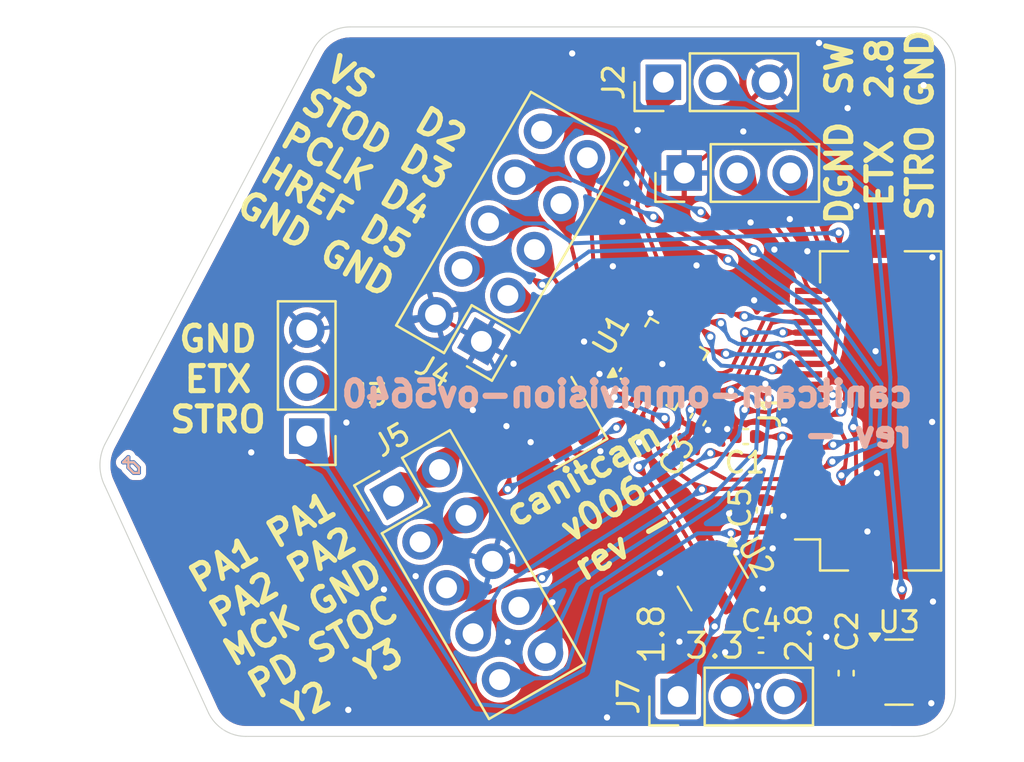
<source format=kicad_pcb>
(kicad_pcb (version 20241229) (generator "pcbnew") (generator_version "9.0")
  (layers (0 "F.Cu" signal) (2 "B.Cu" signal) (13 "F.Paste" user) (15 "B.Paste" user) (5 "F.SilkS" user "F.Silkscreen") (7 "B.SilkS" user "B.Silkscreen") (1 "F.Mask" user) (3 "B.Mask" user) (25 "Edge.Cuts" user))
  (net 0 "")
  (net 1 "VDVDD1.8")
  (net 2 "AVDD2.8V")
  (net 3 "MCLK")
  (net 4 "PWDN")
  (net 5 "Y9")
  (net 6 "Y7")
  (net 7 "Y8")
  (net 8 "DGND")
  (net 9 "Y3")
  (net 10 "RESET")
  (net 11 "HREF")
  (net 12 "PCLK")
  (net 13 "STOD")
  (net 14 "VSYNC")
  (net 15 "Y2")
  (net 16 "Y5")
  (net 17 "Y0")
  (net 18 "Y4")
  (net 19 "Y1")
  (net 20 "STOC")
  (net 21 "Y6")
  (net 22 "STRO")
  (net 23 "SWIO")
  (net 24 "ETX")
  (net 25 "D4")
  (net 26 "D2")
  (net 27 "D3")
  (net 28 "D5")
  (net 29 "A2")
  (net 30 "A1")
  (net 31 "+3.3V")
  (footprint "Crystal:Crystal_SMD_2520-4Pin_2.5x2.0mm" (layer "F.Cu") (at 115.19 60.99 120)
    (property "Reference" "Y2" (hide yes))
    (property "Value" "Crystal_GND24_Small")
    (pad "1" smd roundrect (at -0.875 0.7 120) (size 1.15 1) (layers "F.Cu" "F.Mask" "F.Paste") (net 30 "A1"))
    (pad "2" smd roundrect (at 0.875 0.7 120) (size 1.15 1) (layers "F.Cu" "F.Mask" "F.Paste") (net 8 "DGND"))
    (pad "3" smd roundrect (at 0.875 -0.7 120) (size 1.15 1) (layers "F.Cu" "F.Mask" "F.Paste") (net 29 "A2"))
    (pad "4" smd roundrect (at -0.875 -0.7 120) (size 1.15 1) (layers "F.Cu" "F.Mask" "F.Paste") (net 8 "DGND"))
  )
  (footprint "Connector_PinHeader_2.54mm:PinHeader_1x03_P2.54mm_Vertical" (layer "F.Cu") (at 121 49 90)
    (property "Reference" "J6" (hide yes))
    (property "Value" "AF")
    (pad "1" thru_hole rect (at 0 0 90) (size 1.7 1.7) (drill 1) (layers "*.Cu" "*.Mask") (net 8 "DGND"))
    (pad "2" thru_hole circle (at 0 2.54 90) (size 1.7 1.7) (drill 1) (layers "*.Cu" "*.Mask") (net 17 "Y0"))
    (pad "3" thru_hole circle (at 0 5.08 90) (size 1.7 1.7) (drill 1) (layers "*.Cu" "*.Mask") (net 19 "Y1"))
  )
  (footprint "Capacitor_SMD:C_0402_1005Metric" (layer "F.Cu") (at 121.66 60.81 -120)
    (property "Reference" "C3" (at 2.034205 0.003346 60) (layer "F.SilkS"))
    (property "Value" "1u")
    (pad "1" smd roundrect (at -0.48 0 240) (size 0.56 0.62) (layers "F.Cu" "F.Mask" "F.Paste") (net 31 "+3.3V"))
    (pad "2" smd roundrect (at 0.48 0 240) (size 0.56 0.62) (layers "F.Cu" "F.Mask" "F.Paste") (net 8 "DGND"))
  )
  (footprint "Capacitor_SMD:C_0402_1005Metric" (layer "F.Cu") (at 124.84 65.16 -90)
    (property "Reference" "C5" (at -0.12 1.16 90) (layer "F.SilkS"))
    (property "Value" "1u")
    (pad "1" smd roundrect (at -0.48 0 270) (size 0.56 0.62) (layers "F.Cu" "F.Mask" "F.Paste") (net 2 "AVDD2.8V"))
    (pad "2" smd roundrect (at 0.48 0 270) (size 0.56 0.62) (layers "F.Cu" "F.Mask" "F.Paste") (net 8 "DGND"))
  )
  (footprint "Capacitor_SMD:C_0402_1005Metric" (layer "F.Cu") (at 123.95 61.63 180)
    (property "Reference" "C1" (at 0.04 -1.25 0) (layer "F.SilkS"))
    (property "Value" "1u")
    (pad "1" smd roundrect (at -0.48 0 180) (size 0.56 0.62) (layers "F.Cu" "F.Mask" "F.Paste") (net 1 "VDVDD1.8"))
    (pad "2" smd roundrect (at 0.48 0 180) (size 0.56 0.62) (layers "F.Cu" "F.Mask" "F.Paste") (net 8 "DGND"))
  )
  (footprint "Connector_PinHeader_2.54mm:PinHeader_2x05_P2.54mm_Vertical" (layer "F.Cu") (at 107.07 64.480591 30)
    (property "Reference" "J5" (at 1.27 -2.379999 30) (layer "F.SilkS"))
    (property "Value" "RAEXT")
    (pad "1" thru_hole rect (at 0 0 30) (size 1.7 1.7) (drill 1) (layers "*.Cu" "*.Mask") (net 30 "A1"))
    (pad "2" thru_hole circle (at 2.54 0 30) (size 1.7 1.7) (drill 1) (layers "*.Cu" "*.Mask") (net 30 "A1"))
    (pad "3" thru_hole circle (at 0 2.54 30) (size 1.7 1.7) (drill 1) (layers "*.Cu" "*.Mask") (net 29 "A2"))
    (pad "4" thru_hole circle (at 2.540001 2.54 30) (size 1.7 1.7) (drill 1) (layers "*.Cu" "*.Mask") (net 29 "A2"))
    (pad "5" thru_hole circle (at 0 5.08 30) (size 1.7 1.7) (drill 1) (layers "*.Cu" "*.Mask") (net 3 "MCLK"))
    (pad "6" thru_hole circle (at 2.54 5.08 30) (size 1.7 1.7) (drill 1) (layers "*.Cu" "*.Mask") (net 8 "DGND"))
    (pad "7" thru_hole circle (at 0 7.62 30) (size 1.7 1.7) (drill 1) (layers "*.Cu" "*.Mask") (net 4 "PWDN"))
    (pad "8" thru_hole circle (at 2.540001 7.62 30) (size 1.7 1.7) (drill 1) (layers "*.Cu" "*.Mask") (net 20 "STOC"))
    (pad "9" thru_hole circle (at 0 10.16 30) (size 1.7 1.7) (drill 1) (layers "*.Cu" "*.Mask") (net 15 "Y2"))
    (pad "10" thru_hole circle (at 2.54 10.16 30) (size 1.7 1.7) (drill 1) (layers "*.Cu" "*.Mask") (net 9 "Y3"))
  )
  (footprint "cnhardware:XUNPU_FPC-05F-24PH15" (layer "F.Cu") (at 128.81 60.4 90)
    (property "Reference" "J1" (at 0 -3.7 90) (layer "F.SilkS"))
    (property "Value" "CAMERA")
    (pad "1" smd rect (at -5.75 -1.85 90) (size 0.3 1.3) (layers "F.Cu" "F.Mask" "F.Paste") (net 22 "STRO"))
    (pad "2" smd rect (at -5.25 -1.85 90) (size 0.3 1.3) (layers "F.Cu" "F.Mask" "F.Paste") (net 8 "DGND"))
    (pad "3" smd rect (at -4.75 -1.85 90) (size 0.3 1.3) (layers "F.Cu" "F.Mask" "F.Paste") (net 13 "STOD"))
    (pad "4" smd rect (at -4.25 -1.85 90) (size 0.3 1.3) (layers "F.Cu" "F.Mask" "F.Paste") (net 2 "AVDD2.8V"))
    (pad "5" smd rect (at -3.75 -1.85 90) (size 0.3 1.3) (layers "F.Cu" "F.Mask" "F.Paste") (net 20 "STOC"))
    (pad "6" smd rect (at -3.25 -1.85 90) (size 0.3 1.3) (layers "F.Cu" "F.Mask" "F.Paste") (net 10 "RESET"))
    (pad "7" smd rect (at -2.75 -1.85 90) (size 0.3 1.3) (layers "F.Cu" "F.Mask" "F.Paste") (net 14 "VSYNC"))
    (pad "8" smd rect (at -2.25 -1.85 90) (size 0.3 1.3) (layers "F.Cu" "F.Mask" "F.Paste") (net 4 "PWDN"))
    (pad "9" smd rect (at -1.75 -1.85 90) (size 0.3 1.3) (layers "F.Cu" "F.Mask" "F.Paste") (net 11 "HREF"))
    (pad "10" smd rect (at -1.25 -1.85 90) (size 0.3 1.3) (layers "F.Cu" "F.Mask" "F.Paste") (net 1 "VDVDD1.8"))
    (pad "11" smd rect (at -0.75 -1.85 90) (size 0.3 1.3) (layers "F.Cu" "F.Mask" "F.Paste") (net 2 "AVDD2.8V"))
    (pad "12" smd rect (at -0.25 -1.85 90) (size 0.3 1.3) (layers "F.Cu" "F.Mask" "F.Paste") (net 5 "Y9"))
    (pad "13" smd rect (at 0.25 -1.85 90) (size 0.3 1.3) (layers "F.Cu" "F.Mask" "F.Paste") (net 3 "MCLK"))
    (pad "14" smd rect (at 0.75 -1.85 90) (size 0.3 1.3) (layers "F.Cu" "F.Mask" "F.Paste") (net 7 "Y8"))
    (pad "15" smd rect (at 1.25 -1.85 90) (size 0.3 1.3) (layers "F.Cu" "F.Mask" "F.Paste") (net 8 "DGND"))
    (pad "16" smd rect (at 1.75 -1.85 90) (size 0.3 1.3) (layers "F.Cu" "F.Mask" "F.Paste") (net 6 "Y7"))
    (pad "17" smd rect (at 2.25 -1.85 90) (size 0.3 1.3) (layers "F.Cu" "F.Mask" "F.Paste") (net 12 "PCLK"))
    (pad "18" smd rect (at 2.75 -1.85 90) (size 0.3 1.3) (layers "F.Cu" "F.Mask" "F.Paste") (net 21 "Y6"))
    (pad "19" smd rect (at 3.25 -1.85 90) (size 0.3 1.3) (layers "F.Cu" "F.Mask" "F.Paste") (net 15 "Y2"))
    (pad "20" smd rect (at 3.75 -1.85 90) (size 0.3 1.3) (layers "F.Cu" "F.Mask" "F.Paste") (net 16 "Y5"))
    (pad "21" smd rect (at 4.25 -1.85 90) (size 0.3 1.3) (layers "F.Cu" "F.Mask" "F.Paste") (net 9 "Y3"))
    (pad "22" smd rect (at 4.75 -1.85 90) (size 0.3 1.3) (layers "F.Cu" "F.Mask" "F.Paste") (net 18 "Y4"))
    (pad "23" smd rect (at 5.25 -1.85 90) (size 0.3 1.3) (layers "F.Cu" "F.Mask" "F.Paste") (net 19 "Y1"))
    (pad "24" smd rect (at 5.75 -1.85 90) (size 0.3 1.3) (layers "F.Cu" "F.Mask" "F.Paste") (net 17 "Y0"))
    (pad "25" smd rect (at -7.92 1.09 90) (size 1.1 1.8) (layers "F.Cu" "F.Mask" "F.Paste") (net 8 "DGND"))
    (pad "26" smd rect (at 7.88 1.11 90) (size 1.1 1.8) (layers "F.Cu" "F.Mask" "F.Paste") (net 8 "DGND"))
  )
  (footprint "Connector_PinHeader_2.54mm:PinHeader_2x05_P2.54mm_Vertical" (layer "F.Cu") (at 111.28 57.07 150)
    (property "Reference" "J4" (at 1.27 -2.379999 150) (layer "F.SilkS"))
    (property "Value" "RAEXT")
    (pad "1" thru_hole rect (at 0 0 150) (size 1.7 1.7) (drill 1) (layers "*.Cu" "*.Mask") (net 8 "DGND"))
    (pad "2" thru_hole circle (at 2.54 0 150) (size 1.7 1.7) (drill 1) (layers "*.Cu" "*.Mask") (net 8 "DGND"))
    (pad "3" thru_hole circle (at 0 2.54 150) (size 1.7 1.7) (drill 1) (layers "*.Cu" "*.Mask") (net 28 "D5"))
    (pad "4" thru_hole circle (at 2.540001 2.54 150) (size 1.7 1.7) (drill 1) (layers "*.Cu" "*.Mask") (net 11 "HREF"))
    (pad "5" thru_hole circle (at 0 5.08 150) (size 1.7 1.7) (drill 1) (layers "*.Cu" "*.Mask") (net 25 "D4"))
    (pad "6" thru_hole circle (at 2.54 5.08 150) (size 1.7 1.7) (drill 1) (layers "*.Cu" "*.Mask") (net 12 "PCLK"))
    (pad "7" thru_hole circle (at 0 7.62 150) (size 1.7 1.7) (drill 1) (layers "*.Cu" "*.Mask") (net 27 "D3"))
    (pad "8" thru_hole circle (at 2.540001 7.62 150) (size 1.7 1.7) (drill 1) (layers "*.Cu" "*.Mask") (net 13 "STOD"))
    (pad "9" thru_hole circle (at 0 10.16 150) (size 1.7 1.7) (drill 1) (layers "*.Cu" "*.Mask") (net 26 "D2"))
    (pad "10" thru_hole circle (at 2.54 10.16 150) (size 1.7 1.7) (drill 1) (layers "*.Cu" "*.Mask") (net 14 "VSYNC"))
  )
  (footprint "Connector_PinHeader_2.54mm:PinHeader_1x03_P2.54mm_Vertical" (layer "F.Cu") (at 102.91 61.61 180)
    (property "Reference" "J3" (at -3.01 1.98 0) (layer "F.SilkS"))
    (property "Value" "PGM")
    (pad "1" thru_hole rect (at 0 0 180) (size 1.7 1.7) (drill 1) (layers "*.Cu" "*.Mask") (net 22 "STRO"))
    (pad "2" thru_hole circle (at 0 2.54 180) (size 1.7 1.7) (drill 1) (layers "*.Cu" "*.Mask") (net 24 "ETX"))
    (pad "3" thru_hole circle (at 0 5.08 180) (size 1.7 1.7) (drill 1) (layers "*.Cu" "*.Mask") (net 8 "DGND"))
  )
  (footprint "Package_TO_SOT_SMD:SOT-23" (layer "F.Cu") (at 122.368526 68.613101 -60)
    (property "Reference" "U2" (at 0 -2.4 120) (layer "F.SilkS"))
    (property "Value" "XC6206P182MR")
    (pad "1" smd roundrect (at -0.9375 -0.95 300) (size 1.475 0.6) (layers "F.Cu" "F.Mask" "F.Paste") (net 8 "DGND"))
    (pad "2" smd roundrect (at -0.9375 0.95 300) (size 1.475 0.6) (layers "F.Cu" "F.Mask" "F.Paste") (net 1 "VDVDD1.8"))
    (pad "3" smd roundrect (at 0.9375 0 300) (size 1.475 0.6) (layers "F.Cu" "F.Mask" "F.Paste") (net 31 "+3.3V"))
  )
  (footprint "Capacitor_SMD:C_0402_1005Metric" (layer "F.Cu") (at 128.76 72.97 90)
    (property "Reference" "C2" (at 2 0.05 90) (layer "F.SilkS"))
    (property "Value" "1u")
    (pad "1" smd roundrect (at -0.48 0 90) (size 0.56 0.62) (layers "F.Cu" "F.Mask" "F.Paste") (net 2 "AVDD2.8V"))
    (pad "2" smd roundrect (at 0.48 0 90) (size 0.56 0.62) (layers "F.Cu" "F.Mask" "F.Paste") (net 8 "DGND"))
  )
  (footprint "Package_DFN_QFN:QFN-20-1EP_3x3mm_P0.4mm_EP1.65x1.65mm" (layer "F.Cu") (at 119.95141 58.154263 60)
    (property "Reference" "U1" (at 0 -2.83 60) (layer "F.SilkS"))
    (property "Value" "CH32V003F4U6")
    (pad "1" smd roundrect (at -1.45 -0.8 60) (size 0.85 0.2) (layers "F.Cu" "F.Mask" "F.Paste") (net 10 "RESET"))
    (pad "2" smd roundrect (at -1.45 -0.4 60) (size 0.85 0.2) (layers "F.Cu" "F.Mask" "F.Paste") (net 30 "A1"))
    (pad "3" smd roundrect (at -1.45 0 60) (size 0.85 0.2) (layers "F.Cu" "F.Mask" "F.Paste") (net 29 "A2"))
    (pad "4" smd roundrect (at -1.45 0.4 60) (size 0.85 0.2) (layers "F.Cu" "F.Mask" "F.Paste") (net 8 "DGND"))
    (pad "5" smd roundrect (at -1.45 0.8 60) (size 0.85 0.2) (layers "F.Cu" "F.Mask" "F.Paste") (net 20 "STOC"))
    (pad "6" smd roundrect (at -0.8 1.45 60) (size 0.2 0.85) (layers "F.Cu" "F.Mask" "F.Paste") (net 31 "+3.3V"))
    (pad "7" smd roundrect (at -0.4 1.45 60) (size 0.2 0.85) (layers "F.Cu" "F.Mask" "F.Paste") (net 15 "Y2"))
    (pad "8" smd roundrect (at 0 1.45 60) (size 0.2 0.85) (layers "F.Cu" "F.Mask" "F.Paste") (net 9 "Y3"))
    (pad "9" smd roundrect (at 0.4 1.45 60) (size 0.2 0.85) (layers "F.Cu" "F.Mask" "F.Paste") (net 18 "Y4"))
    (pad "10" smd roundrect (at 0.8 1.45 60) (size 0.2 0.85) (layers "F.Cu" "F.Mask" "F.Paste") (net 16 "Y5"))
    (pad "11" smd roundrect (at 1.45 0.8 60) (size 0.85 0.2) (layers "F.Cu" "F.Mask" "F.Paste") (net 21 "Y6"))
    (pad "12" smd roundrect (at 1.45 0.4 60) (size 0.85 0.2) (layers "F.Cu" "F.Mask" "F.Paste") (net 6 "Y7"))
    (pad "13" smd roundrect (at 1.45 0 60) (size 0.85 0.2) (layers "F.Cu" "F.Mask" "F.Paste") (net 7 "Y8"))
    (pad "14" smd roundrect (at 1.45 -0.4 60) (size 0.85 0.2) (layers "F.Cu" "F.Mask" "F.Paste") (net 5 "Y9"))
    (pad "15" smd roundrect (at 1.45 -0.8 60) (size 0.85 0.2) (layers "F.Cu" "F.Mask" "F.Paste") (net 23 "SWIO"))
    (pad "16" smd roundrect (at 0.8 -1.45 60) (size 0.2 0.85) (layers "F.Cu" "F.Mask" "F.Paste") (net 26 "D2"))
    (pad "17" smd roundrect (at 0.4 -1.45 60) (size 0.2 0.85) (layers "F.Cu" "F.Mask" "F.Paste") (net 27 "D3"))
    (pad "18" smd roundrect (at 0 -1.45 60) (size 0.2 0.85) (layers "F.Cu" "F.Mask" "F.Paste") (net 25 "D4"))
    (pad "19" smd roundrect (at -0.4 -1.45 60) (size 0.2 0.85) (layers "F.Cu" "F.Mask" "F.Paste") (net 28 "D5"))
    (pad "20" smd roundrect (at -0.8 -1.45 60) (size 0.2 0.85) (layers "F.Cu" "F.Mask" "F.Paste") (net 24 "ETX"))
    (pad "21" smd rect (at 0 0 60) (size 1.65 1.65) (property pad_prop_heatsink) (layers "F.Cu" "F.Mask") (net 8 "DGND"))
  )
  (footprint "Capacitor_SMD:C_0402_1005Metric" (layer "F.Cu") (at 124.68 71.63)
    (property "Reference" "C4" (at 0 -1.16 0) (layer "F.SilkS"))
    (property "Value" "1u")
    (pad "1" smd roundrect (at -0.48 0) (size 0.56 0.62) (layers "F.Cu" "F.Mask" "F.Paste") (net 31 "+3.3V"))
    (pad "2" smd roundrect (at 0.48 0) (size 0.56 0.62) (layers "F.Cu" "F.Mask" "F.Paste") (net 8 "DGND"))
  )
  (footprint "Connector_PinHeader_2.54mm:PinHeader_1x03_P2.54mm_Vertical" (layer "F.Cu") (at 120.71 74.09 90)
    (property "Reference" "J7" (at 0 -2.38 90) (layer "F.SilkS"))
    (property "Value" "PGM")
    (pad "1" thru_hole rect (at 0 0 90) (size 1.7 1.7) (drill 1) (layers "*.Cu" "*.Mask") (net 1 "VDVDD1.8"))
    (pad "2" thru_hole circle (at 0 2.54 90) (size 1.7 1.7) (drill 1) (layers "*.Cu" "*.Mask") (net 31 "+3.3V"))
    (pad "3" thru_hole circle (at 0 5.08 90) (size 1.7 1.7) (drill 1) (layers "*.Cu" "*.Mask") (net 2 "AVDD2.8V"))
  )
  (footprint "Connector_PinHeader_2.54mm:PinHeader_1x03_P2.54mm_Vertical" (layer "F.Cu") (at 120 44.65 90)
    (property "Reference" "J2" (at 0 -2.38 90) (layer "F.SilkS"))
    (property "Value" "PGM")
    (pad "1" thru_hole rect (at 0 0 90) (size 1.7 1.7) (drill 1) (layers "*.Cu" "*.Mask") (net 23 "SWIO"))
    (pad "2" thru_hole circle (at 0 2.54 90) (size 1.7 1.7) (drill 1) (layers "*.Cu" "*.Mask") (net 2 "AVDD2.8V"))
    (pad "3" thru_hole circle (at 0 5.08 90) (size 1.7 1.7) (drill 1) (layers "*.Cu" "*.Mask") (net 8 "DGND"))
  )
  (footprint "Package_TO_SOT_SMD:SOT-23" (layer "F.Cu") (at 131.2925 72.92)
    (property "Reference" "U3" (at 0 -2.4 0) (layer "F.SilkS"))
    (property "Value" "XC6206P282MR")
    (pad "1" smd roundrect (at -0.9375 -0.95) (size 1.475 0.6) (layers "F.Cu" "F.Mask" "F.Paste") (net 8 "DGND"))
    (pad "2" smd roundrect (at -0.9375 0.95) (size 1.475 0.6) (layers "F.Cu" "F.Mask" "F.Paste") (net 2 "AVDD2.8V"))
    (pad "3" smd roundrect (at 0.9375 0) (size 1.475 0.6) (layers "F.Cu" "F.Mask" "F.Paste") (net 31 "+3.3V"))
  )
  (gr_line (start 94.361 62.611) (end 94.107 62.865) (stroke (width 0.1)) (layer "F.SilkS"))
  (gr_line (start 94.107 62.865) (end 94.615 62.865) (stroke (width 0.1)) (layer "F.SilkS"))
  (gr_line (start 94.869 63.119) (end 94.615 62.865) (stroke (width 0.1)) (layer "F.SilkS"))
  (gr_line (start 94.869 63.373) (end 94.615 63.373) (stroke (width 0.1)) (layer "F.SilkS"))
  (gr_line (start 94.869 63.119) (end 94.869 63.373) (stroke (width 0.1)) (layer "F.SilkS"))
  (gr_line (start 94.615 63.373) (end 94.361 63.119) (stroke (width 0.1)) (layer "F.SilkS"))
  (gr_line (start 94.361 63.119) (end 94.361 62.611) (stroke (width 0.1)) (layer "F.SilkS"))
  (gr_line (start 94.107001 62.865) (end 94.361 62.611) (stroke (width 0.1)) (layer "B.SilkS"))
  (gr_line (start 94.361 62.611) (end 94.361 63.119) (stroke (width 0.1)) (layer "B.SilkS"))
  (gr_line (start 94.869 63.119) (end 94.615001 62.865) (stroke (width 0.1)) (layer "B.SilkS"))
  (gr_line (start 94.615001 63.373) (end 94.869 63.373) (stroke (width 0.1)) (layer "B.SilkS"))
  (gr_line (start 94.615001 63.373) (end 94.361 63.119) (stroke (width 0.1)) (layer "B.SilkS"))
  (gr_line (start 94.615001 62.865) (end 94.107001 62.865) (stroke (width 0.1)) (layer "B.SilkS"))
  (gr_line (start 94.869 63.373) (end 94.869 63.119) (stroke (width 0.1)) (layer "B.SilkS"))
  (gr_line (start 132 76) (end 100 76) (stroke (width 0.05)) (layer "Edge.Cuts"))
  (gr_arc (start 103.211146 43.105573) (mid 103.948538 42.298699) (end 105 42) (stroke (width 0.05)) (layer "Edge.Cuts"))
  (gr_arc (start 134 73.999999) (mid 133.414214 75.414212) (end 132 75.999999) (stroke (width 0.05)) (layer "Edge.Cuts"))
  (gr_arc (start 93.236068 64) (mid 93 63) (end 93.236068 62) (stroke (width 0.05)) (layer "Edge.Cuts"))
  (gr_arc (start 132 42) (mid 133.414214 42.585786) (end 134 44) (stroke (width 0.05)) (layer "Edge.Cuts"))
  (gr_line (start 132 42) (end 105 42) (stroke (width 0.05)) (layer "Edge.Cuts"))
  (gr_line (start 134 73.999999) (end 134 44) (stroke (width 0.05)) (layer "Edge.Cuts"))
  (gr_line (start 98.211146 74.894427) (end 93.236068 64) (stroke (width 0.05)) (layer "Edge.Cuts"))
  (gr_line (start 103.211147 43.105573) (end 93.236068 62) (stroke (width 0.05)) (layer "Edge.Cuts"))
  (gr_arc (start 100 76) (mid 98.948538 75.701302) (end 98.211146 74.894427) (stroke (width 0.05)) (layer "Edge.Cuts"))
  (gr_text "3.3" (at 122.47 72.36 0) (layer "F.SilkS") (effects (font (size 1.2 1.2)) (justify bottom)))
  (gr_text "1.8" (at 120.14 71.1 90) (layer "F.SilkS") (effects (font (size 1.2 1.2)) (justify bottom)))
  (gr_text "2.8" (at 127.2 71.05 90) (layer "F.SilkS") (effects (font (size 1.2 1.2)) (justify bottom)))
  (gr_text "canitcam\nv006\nrev -" (at 118.44 67.38 30) (layer "F.SilkS") (effects (font (size 1.2 1.2) (thickness 0.25) (bold yes)) (justify bottom)))
  (gr_text "SW\n2.8\nGND" (at 133 44 90) (layer "F.SilkS") (effects (font (size 1.2 1.2) (thickness 0.25) (bold yes)) (justify bottom)))
  (gr_text "PA1 PA1\nPA2 PA2\nMCK GND\nPD STOC\nY2  Y3" (at 105 74 30) (layer "F.SilkS") (effects (font (size 1.2 1.2) (thickness 0.25) (bold yes)) (justify bottom)))
  (gr_text "GND\nETX\nSTRO" (at 98.66 61.52 0) (layer "F.SilkS") (effects (font (size 1.2 1.2) (thickness 0.25) (bold yes)) (justify bottom)))
  (gr_text "VS   D2\nSTOD D3\nPCLK D4\nHREF D5\nGND GND" (at 103 53 330) (layer "F.SilkS") (effects (font (size 1.2 1.2) (thickness 0.25) (bold yes)) (justify bottom)))
  (gr_text "DGND\nETX\nSTRO" (at 133 49 90) (layer "F.SilkS") (effects (font (size 1.2 1.2) (thickness 0.25) (bold yes)) (justify bottom)))
  (gr_text "canitcam-omnivision-ov5640\nrev -" (at 132.08 62.23 0) (layer "B.SilkS") (effects (font (size 1.2 1.2) (thickness 0.3) (bold yes)) (justify left bottom mirror)))
  (segment (start 94.615 62.865) (end 94.107 62.865) (width 0.19) (layer "F.Cu") (net 0))
  (segment (start 94.615 63.373) (end 94.869 63.373) (width 0.19) (layer "F.Cu") (net 0))
  (segment (start 94.869 63.373) (end 94.869 63.119) (width 0.19) (layer "F.Cu") (net 0))
  (segment (start 94.361 63.119) (end 94.615 63.373) (width 0.19) (layer "F.Cu") (net 0))
  (segment (start 94.361 62.611) (end 94.361 63.119) (width 0.19) (layer "F.Cu") (net 0))
  (segment (start 94.107 62.865) (end 94.361 62.611) (width 0.19) (layer "F.Cu") (net 0))
  (segment (start 94.615 62.865) (end 94.869 63.119) (width 0.19) (layer "F.Cu") (net 0))
  (segment (start 94.869 63.119) (end 94.869 63.373) (width 0.19) (layer "B.Cu") (net 0))
  (segment (start 94.615001 62.865) (end 94.869 63.119) (width 0.19) (layer "B.Cu") (net 0))
  (segment (start 94.361 62.611) (end 94.107001 62.865) (width 0.19) (layer "B.Cu") (net 0))
  (segment (start 94.361 63.119) (end 94.615001 63.373) (width 0.19) (layer "B.Cu") (net 0))
  (segment (start 94.361 63.119) (end 94.361 62.611) (width 0.19) (layer "B.Cu") (net 0))
  (segment (start 94.107001 62.865) (end 94.615001 62.865) (width 0.19) (layer "B.Cu") (net 0))
  (segment (start 94.869 63.373) (end 94.615001 63.373) (width 0.19) (layer "B.Cu") (net 0))
  (segment (start 125.7 61.64004) (end 124.43 61.63) (width 0.19) (layer "F.Cu") (net 1))
  (segment (start 121.077052 68.276202) (end 122.459095 70.729095) (width 0.19) (layer "F.Cu") (net 1))
  (segment (start 126.96 61.65) (end 125.7 61.64004) (width 0.19) (layer "F.Cu") (net 1))
  (via (at 125.7 61.64004) (size 0.5) (drill 0.3) (layers "F.Cu" "B.Cu") (net 1))
  (via (at 122.459095 70.729095) (size 0.5) (drill 0.3) (layers "F.Cu" "B.Cu") (net 1))
  (segment (start 120.71 74.09) (end 122.459095 70.729095) (width 0.19) (layer "B.Cu") (net 1))
  (segment (start 124.15 67.48) (end 125.7 61.64004) (width 0.19) (layer "B.Cu") (net 1))
  (segment (start 122.459095 70.729095) (end 124.15 67.48) (width 0.19) (layer "B.Cu") (net 1))
  (segment (start 128.63382 63.66) (end 128.83648 62.040077) (width 0.19) (layer "F.Cu") (net 2))
  (segment (start 126.96 64.65) (end 127.99 64.66) (width 0.19) (layer "F.Cu") (net 2))
  (segment (start 130.355 73.87) (end 128.76 73.45) (width 0.19) (layer "F.Cu") (net 2))
  (segment (start 131.56 72.23) (end 130.95 72.74) (width 0.19) (layer "F.Cu") (net 2))
  (segment (start 126.96 64.65) (end 124.84 64.68) (width 0.19) (layer "F.Cu") (net 2))
  (segment (start 128.55 64.33) (end 128.63382 63.66) (width 0.19) (layer "F.Cu") (net 2))
  (segment (start 127.74 61.14) (end 126.96 61.15) (width 0.19) (layer "F.Cu") (net 2))
  (segment (start 128.63382 63.66) (end 128.53 63.49) (width 0.19) (layer "F.Cu") (net 2))
  (segment (start 128.83648 62.040077) (end 128.47 61.3) (width 0.19) (layer "F.Cu") (net 2))
  (segment (start 127.99 64.66) (end 128.55 64.33) (width 0.19) (layer "F.Cu") (net 2))
  (segment (start 128.76 73.45) (end 125.79 74.09) (width 0.19) (layer "F.Cu") (net 2))
  (segment (start 130.95 72.74) (end 130.355 73.87) (width 0.19) (layer "F.Cu") (net 2))
  (segment (start 128.47 61.3) (end 127.74 61.14) (width 0.19) (layer "F.Cu") (net 2))
  (segment (start 131.43 68.95) (end 131.56 72.23) (width 0.19) (layer "F.Cu") (net 2))
  (via (at 128.53 63.49) (size 0.5) (drill 0.3) (layers "F.Cu" "B.Cu") (net 2))
  (via (at 131.43 68.95) (size 0.5) (drill 0.3) (layers "F.Cu" "B.Cu") (net 2))
  (segment (start 130.1 50.1) (end 130.88 58.79) (width 0.19) (layer "B.Cu") (net 2))
  (segment (start 130.81 62.24) (end 131.43 68.95) (width 0.19) (layer "B.Cu") (net 2))
  (segment (start 130.88 58.79) (end 130.81 62.24) (width 0.19) (layer "B.Cu") (net 2))
  (segment (start 122.54 44.65) (end 126.31 46.8) (width 0.19) (layer "B.Cu") (net 2))
  (segment (start 126.31 46.8) (end 130.1 50.1) (width 0.19) (layer "B.Cu") (net 2))
  (segment (start 128.53 63.49) (end 130.81 62.24) (width 0.19) (layer "B.Cu") (net 2))
  (segment (start 114.19 68.41) (end 112.99 68.54) (width 0.19) (layer "F.Cu") (net 3))
  (segment (start 125.06 60.48) (end 123.89 60.35) (width 0.19) (layer "F.Cu") (net 3))
  (segment (start 126.96 60.15) (end 125.95 60.14) (width 0.19) (layer "F.Cu") (net 3))
  (segment (start 111.61 69.11) (end 109.61 68.88) (width 0.19) (layer "F.Cu") (net 3))
  (segment (start 112.99 68.54) (end 111.61 69.11) (width 0.19) (layer "F.Cu") (net 3))
  (segment (start 125.95 60.14) (end 125.06 60.48) (width 0.19) (layer "F.Cu") (net 3))
  (via (at 114.19 68.41) (size 0.5) (drill 0.3) (layers "F.Cu" "B.Cu") (net 3))
  (via (at 123.89 60.35) (size 0.5) (drill 0.3) (layers "F.Cu" "B.Cu") (net 3))
  (segment (start 123.89 60.35) (end 123.6 61.57) (width 0.19) (layer "B.Cu") (net 3))
  (segment (start 123.6 61.57) (end 122.5 63.05) (width 0.19) (layer "B.Cu") (net 3))
  (segment (start 122.5 63.05) (end 114.12 68.39) (width 0.19) (layer "B.Cu") (net 3))
  (segment (start 114.12 68.39) (end 114.19 68.41) (width 0.19) (layer "B.Cu") (net 3))
  (segment (start 125.39 62.65) (end 126.96 62.65) (width 0.19) (layer "F.Cu") (net 4))
  (segment (start 122.25 62.43) (end 125.39 62.65) (width 0.19) (layer "F.Cu") (net 4))
  (via (at 122.25 62.43) (size 0.5) (drill 0.3) (layers "F.Cu" "B.Cu") (net 4))
  (segment (start 112.19 68.86) (end 110.88 71.079705) (width 0.19) (layer "B.Cu") (net 4))
  (segment (start 115.91 66.44) (end 112.19 68.86) (width 0.19) (layer "B.Cu") (net 4))
  (segment (start 122.25 62.43) (end 115.91 66.44) (width 0.19) (layer "B.Cu") (net 4))
  (segment (start 127.98 60.64) (end 126.96 60.65) (width 0.19) (layer "F.Cu") (net 5))
  (segment (start 121.7 55.62) (end 123 55.67) (width 0.19) (layer "F.Cu") (net 5))
  (segment (start 120.33 56.698526) (end 120.80926 55.912169) (width 0.19) (layer "F.Cu") (net 5))
  (segment (start 121.21 55.66) (end 121.7 55.62) (width 0.19) (layer "F.Cu") (net 5))
  (segment (start 120.80926 55.912169) (end 121.21 55.66) (width 0.19) (layer "F.Cu") (net 5))
  (segment (start 128.51 60.42) (end 127.98 60.64) (width 0.19) (layer "F.Cu") (net 5))
  (segment (start 123 55.67) (end 123.89 55.87) (width 0.19) (layer "F.Cu") (net 5))
  (via (at 123.89 55.87) (size 0.5) (drill 0.3) (layers "F.Cu" "B.Cu") (net 5))
  (via (at 128.51 60.42) (size 0.5) (drill 0.3) (layers "F.Cu" "B.Cu") (net 5))
  (segment (start 128.77 59.94) (end 128.51 60.42) (width 0.19) (layer "B.Cu") (net 5))
  (segment (start 126.31 56.17) (end 128.81 59.51) (width 0.19) (layer "B.Cu") (net 5))
  (segment (start 128.81 59.51) (end 128.77 59.94) (width 0.19) (layer "B.Cu") (net 5))
  (segment (start 123.89 55.87) (end 126.31 56.17) (width 0.19) (layer "B.Cu") (net 5))
  (segment (start 121.83 56.48) (end 122.25 56.85) (width 0.19) (layer "F.Cu") (net 6))
  (segment (start 121.47 56.53) (end 121.83 56.48) (width 0.19) (layer "F.Cu") (net 6))
  (segment (start 121.02282 57.098526) (end 121.26 56.68) (width 0.19) (layer "F.Cu") (net 6))
  (segment (start 125.21 58.4) (end 126.19 58.65) (width 0.19) (layer "F.Cu") (net 6))
  (segment (start 126.19 58.65) (end 126.96 58.65) (width 0.19) (layer "F.Cu") (net 6))
  (segment (start 121.26 56.68) (end 121.47 56.53) (width 0.19) (layer "F.Cu") (net 6))
  (via (at 122.25 56.85) (size 0.5) (drill 0.3) (layers "F.Cu" "B.Cu") (net 6))
  (via (at 125.21 58.4) (size 0.5) (drill 0.3) (layers "F.Cu" "B.Cu") (net 6))
  (segment (start 125.21 58.4) (end 122.77 58.23) (width 0.19) (layer "B.Cu") (net 6))
  (segment (start 122.77 58.23) (end 122.43 57.9) (width 0.19) (layer "B.Cu") (net 6))
  (segment (start 122.43 57.9) (end 122.25 56.85) (width 0.19) (layer "B.Cu") (net 6))
  (segment (start 121.39 56.03) (end 122.76 56.2) (width 0.19) (layer "F.Cu") (net 7))
  (segment (start 120.67641 56.898526) (end 121.07 56.22) (width 0.19) (layer "F.Cu") (net 7))
  (segment (start 128.11 59.64) (end 126.96 59.65) (width 0.19) (layer "F.Cu") (net 7))
  (segment (start 121.07 56.22) (end 121.39 56.03) (width 0.19) (layer "F.Cu") (net 7))
  (via (at 122.76 56.2) (size 0.5) (drill 0.3) (layers "F.Cu" "B.Cu") (net 7))
  (via (at 128.11 59.64) (size 0.5) (drill 0.3) (layers "F.Cu" "B.Cu") (net 7))
  (segment (start 125.49 57.14) (end 125.91 57.27) (width 0.19) (layer "B.Cu") (net 7))
  (segment (start 122.76 56.2) (end 123.17 56.97) (width 0.19) (layer "B.Cu") (net 7))
  (segment (start 125.03 57.19) (end 125.49 57.14) (width 0.19) (layer "B.Cu") (net 7))
  (segment (start 125.91 57.27) (end 126.32 57.62) (width 0.19) (layer "B.Cu") (net 7))
  (segment (start 123.58 57.19) (end 125.03 57.19) (width 0.19) (layer "B.Cu") (net 7))
  (segment (start 126.32 57.62) (end 128.11 59.64) (width 0.19) (layer "B.Cu") (net 7))
  (segment (start 123.17 56.97) (end 123.58 57.19) (width 0.19) (layer "B.Cu") (net 7))
  (segment (start 123.67 47.62) (end 122.55 47.77) (width 0.19) (layer "F.Cu") (net 8))
  (segment (start 122.7225 67.326202) (end 124.79 70.38) (width 0.19) (layer "F.Cu") (net 8))
  (segment (start 129.92 52.52) (end 129.26 50.59) (width 0.19) (layer "F.Cu") (net 8))
  (segment (start 111.28 57.07) (end 109.080295 55.8) (width 0.19) (layer "F.Cu") (net 8))
  (segment (start 127.86 59.13) (end 128.36 58.9) (width 0.19) (layer "F.Cu") (net 8))
  (segment (start 129.9 68.32) (end 128.64 65.76) (width 0.19) (layer "F.Cu") (net 8))
  (segment (start 129.63 60.47) (end 128.36 58.9) (width 0.19) (layer "F.Cu") (net 8))
  (segment (start 128.36 58.9) (end 129.11 57.35) (width 0.19) (layer "F.Cu") (net 8))
  (segment (start 120.24 58.49) (end 119.95141 58.154263) (width 0.19) (layer "F.Cu") (net 8))
  (segment (start 126.96 59.15) (end 127.86 59.13) (width 0.19) (layer "F.Cu") (net 8))
  (segment (start 124.79 70.38) (end 125.16 71.63) (width 0.19) (layer "F.Cu") (net 8))
  (segment (start 122.41 61.35) (end 122.14 61.316098) (width 0.19) (layer "F.Cu") (net 8))
  (segment (start 124.89 59.1) (end 126.96 59.15) (width 0.19) (layer "F.Cu") (net 8))
  (segment (start 116.02 62.57) (end 116.59 62.53) (width 0.19) (layer "F.Cu") (net 8))
  (segment (start 128.64 65.76) (end 129.72 64.58) (width 0.19) (layer "F.Cu") (net 8))
  (segment (start 123.47 61.63) (end 123.06 61.27) (width 0.19) (layer "F.Cu") (net 8))
  (segment (start 128.2 47.66) (end 125.08 44.65) (width 0.19) (layer "F.Cu") (net 8))
  (segment (start 116.59 62.53) (end 116.981196 62.331196) (width 0.19) (layer "F.Cu") (net 8))
  (segment (start 122.55 47.77) (end 121 49) (width 0.19) (layer "F.Cu") (net 8))
  (segment (start 119.57282 59.61) (end 120.24 58.49) (width 0.19) (layer "F.Cu") (net 8))
  (segment (start 125.16 71.63) (end 128.76 72.49) (width 0.19) (layer "F.Cu") (net 8))
  (segment (start 115.021282 62.097772) (end 113.64 61.9) (width 0.19) (layer "F.Cu") (net 8))
  (segment (start 124.92 65.67) (end 126.96 65.65) (width 0.19) (layer "F.Cu") (net 8))
  (segment (start 115.021282 62.097772) (end 115.358718 59.882228) (width 0.19) (layer "F.Cu") (net 8))
  (segment (start 122.41 61.35) (end 123.06 61.27) (width 0.19) (layer "F.Cu") (net 8))
  (segment (start 129.01 48.25) (end 128.2 47.66) (width 0.19) (layer "F.Cu") (net 8))
  (segment (start 116.981196 62.331196) (end 118.42 61.6) (width 0.19) (layer "F.Cu") (net 8))
  (segment (start 129.26 50.59) (end 129.01 48.25) (width 0.19) (layer "F.Cu") (net 8))
  (segment (start 115.021282 62.097772) (end 116.02 62.57) (width 0.19) (layer "F.Cu") (net 8))
  (segment (start 128.2 47.66) (end 123.67 47.62) (width 0.19) (layer "F.Cu") (net 8))
  (segment (start 128.64 65.76) (end 126.96 65.65) (width 0.19) (layer "F.Cu") (net 8))
  (segment (start 118.42 61.6) (end 119.57282 59.61) (width 0.19) (layer "F.Cu") (net 8))
  (segment (start 130.355 71.97) (end 128.76 72.49) (width 0.19) (layer "F.Cu") (net 8))
  (segment (start 129.11 57.35) (end 129.92 52.52) (width 0.19) (layer "F.Cu") (net 8))
  (segment (start 124.84 65.64) (end 124.92 65.67) (width 0.19) (layer "F.Cu") (net 8))
  (segment (start 130.355 71.97) (end 129.9 68.32) (width 0.19) (layer "F.Cu") (net 8))
  (segment (start 122.14 61.316098) (end 121.42 61.225692) (width 0.19) (layer "F.Cu") (net 8))
  (segment (start 129.72 64.58) (end 129.63 60.47) (width 0.19) (layer "F.Cu") (net 8))
  (via (at 126.06 51.21) (size 0.5) (drill 0.3) (layers "F.Cu" "B.Cu") (net 8))
  (via (at 120.77 71.46) (size 0.5) (drill 0.3) (layers "F.Cu" "B.Cu") (net 8))
  (via (at 112.55 71.47) (size 0.5) (drill 0.3) (layers "F.Cu" "B.Cu") (net 8))
  (via (at 123.06 61.27) (size 0.5) (drill 0.3) (layers "F.Cu" "B.Cu") (net 8))
  (via (at 128.83 45.89) (size 0.5) (drill 0.3) (layers "F.Cu" "B.Cu") (net 8))
  (via (at 127.81 71.23) (size 0.5) (drill 0.3) (layers "F.Cu" "B.Cu") (net 8))
  (via (at 112.48 61.13) (size 0.5) (drill 0.3) (layers "F.Cu" "B.Cu") (net 8))
  (via (at 104.9 74.73) (size 0.5) (drill 0.3) (layers "F.Cu" "B.Cu") (net 8))
  (via (at 119.84 68.17) (size 0.5) (drill 0.3) (layers "F.Cu" "B.Cu") (net 8))
  (via (at 119.38 55.71) (size 0.5) (drill 0.3) (layers "F.Cu" "B.Cu") (net 8))
  (via (at 125.76 65.44) (size 0.5) (drill 0.3) (layers "F.Cu" "B.Cu") (net 8))
  (via (at 123.5 67.19) (size 0.5) (drill 0.3) (layers "F.Cu" "B.Cu") (net 8))
  (via (at 123.83 47.01) (size 0.5) (drill 0.3) (layers "F.Cu" "B.Cu") (net 8))
  (via (at 118.77 46.95) (size 0.5) (drill 0.3) (layers "F.Cu" "B.Cu") (net 8))
  (via (at 132.92 69.54) (size 0.5) (drill 0.3) (layers "F.Cu" "B.Cu") (net 8))
  (via (at 132.88 60.93) (size 0.5) (drill 0.3) (layers "F.Cu" "B.Cu") (net 8))
  (via (at 118.83 61.91) (size 0.5) (drill 0.3) (layers "F.Cu" "B.Cu") (net 8))
  (via (at 113.64 61.9) (size 0.5) (drill 0.3) (layers "F.Cu" "B.Cu") (net 8))
  (via (at 110.87 60.36) (size 0.5) (drill 0.3) (layers "F.Cu" "B.Cu") (net 8))
  (via (at 125.8 60.87) (size 0.5) (drill 0.3) (layers "F.Cu" "B.Cu") (net 8))
  (via (at 118.23 49.5) (size 0.5) (drill 0.3) (layers "F.Cu" "B.Cu") (net 8))
  (via (at 124.18 51.37) (size 0.5) (drill 0.3) (layers "F.Cu" "B.Cu") (net 8))
  (via (at 115.63 43.27) (size 0.5) (drill 0.3) (layers "F.Cu" "B.Cu") (net 8))
  (via (at 124.89 59.1) (size 0.5) (drill 0.3) (layers "F.Cu" "B.Cu") (net 8))
  (via (at 129.78 66.18) (size 0.5) (drill 0.3) (layers "F.Cu" "B.Cu") (net 8))
  (via (at 129.26 50.59) (size 0.5) (drill 0.3) (layers "F.Cu" "B.Cu") (net 8))
  (via (at 117.58 53.47) (size 0.5) (drill 0.3) (layers "F.Cu" "B.Cu") (net 8))
  (via (at 130.17 57.54) (size 0.5) (drill 0.3) (layers "F.Cu" "B.Cu") (net 8))
  (via (at 123.15 65.32) (size 0.5) (drill 0.3) (layers "F.Cu" "B.Cu") (net 8))
  (via (at 106.61 68.96) (size 0.5) (drill 0.3) (layers "F.Cu" "B.Cu") (net 8))
  (via (at 108.13 68.32) (size 0.5) (drill 0.3) (layers "F.Cu" "B.Cu") (net 8))
  (via (at 118.04 51.34) (size 0.5) (drill 0.3) (layers "F.Cu" "B.Cu") (net 8))
  (via (at 122.14 61.316098) (size 0.5) (drill 0.3) (layers "F.Cu" "B.Cu") (net 8))
  (via (at 119.95141 58.154263) (size 0.5) (drill 0.3) (layers "F.Cu" "B.Cu") (net 8))
  (via (at 116.94 58.63) (size 0.5) (drill 0.3) (layers "F.Cu" "B.Cu") (net 8))
  (via (at 116.2 57.08) (size 0.5) (drill 0.3) (layers "F.Cu" "B.Cu") (net 8))
  (via (at 124.35 55.1) (size 0.5) (drill 0.3) (layers "F.Cu" "B.Cu") (net 8))
  (via (at 100.25 62.39) (size 0.5) (drill 0.3) (layers "F.Cu" "B.Cu") (net 8))
  (via (at 126.9 52.75) (size 0.5) (drill 0.3) (layers "F.Cu" "B.Cu") (net 8))
  (via (at 124.52 73.58) (size 0.5) (drill 0.3) (layers "F.Cu" "B.Cu") (net 8))
  (via (at 125.24 66.99) (size 0.5) (drill 0.3) (layers "F.Cu" "B.Cu") (net 8))
  (via (at 114.68 69.57) (size 0.5) (drill 0.3) (layers "F.Cu" "B.Cu") (net 8))
  (via (at 104.81 60.96) (size 0.5) (drill 0.3) (layers "F.Cu" "B.Cu") (net 8))
  (via (at 125.32 52.67) (size 0.5) (drill 0.3) (layers "F.Cu" "B.Cu") (net 8))
  (via (at 132.89 53.04) (size 0.5) (drill 0.3) (layers "F.Cu" "B.Cu") (net 8))
  (via (at 117.3 75.09) (size 0.5) (drill 0.3) (layers "F.Cu" "B.Cu") (net 8))
  (via (at 132.47 44.79) (size 0.5) (drill 0.3) (layers "F.Cu" "B.Cu") (net 8))
  (via (at 116.981196 62.331196) (size 0.5) (drill 0.3) (layers "F.Cu" "B.Cu") (net 8))
  (via (at 132.84 74.41) (size 0.5) (drill 0.3) (layers "F.Cu" "B.Cu") (net 8))
  (via (at 122.96 71.97) (size 0.5) (drill 0.3) (layers "F.Cu" "B.Cu") (net 8))
  (via (at 130.24 63.38) (size 0.5) (drill 0.3) (layers "F.Cu" "B.Cu") (net 8))
  (via (at 127.46 42.77) (size 0.5) (drill 0.3) (layers "F.Cu" "B.Cu") (net 8))
  (via (at 121.59 53.43) (size 0.5) (drill 0.3) (layers "F.Cu" "B.Cu") (net 8))
  (via (at 124.76 68.92) (size 0.5) (drill 0.3) (layers "F.Cu" "B.Cu") (net 8))
  (via (at 112.82 58.14) (size 0.5) (drill 0.3) (layers "F.Cu" "B.Cu") (net 8))
  (segment (start 113.64 61.9) (end 111.28 57.07) (width 0.19) (layer "B.Cu") (net 8))
  (segment (start 123.06 61.27) (end 119.95141 58.154263) (width 0.19) (layer "B.Cu") (net 8))
  (segment (start 124.89 59.1) (end 119.95141 58.154263) (width 0.19) (layer "B.Cu") (net 8))
  (segment (start 116.97 64.17) (end 116.981196 62.331196) (width 0.19) (layer "B.Cu") (net 8))
  (segment (start 113.81 66.35) (end 116.97 64.17) (width 0.19) (layer "B.Cu") (net 8))
  (segment (start 113.81 66.35) (end 111.809705 67.61) (width 0.19) (layer "B.Cu") (net 8))
  (segment (start 102.91 56.53) (end 109.080295 55.8) (width 0.19) (layer "B.Cu") (net 8))
  (segment (start 122.73 59.44) (end 122.2 59.41) (width 0.19) (layer "F.Cu") (net 9))
  (segment (start 125.191481 56.194029) (end 123.822553 59.030721) (width 0.19) (layer "F.Cu") (net 9))
  (segment (start 125.59 56.1) (end 125.191481 56.194029) (width 0.19) (layer "F.Cu") (net 9))
  (segment (start 126.96 56.15) (end 125.59 56.1) (width 0.19) (layer "F.Cu") (net 9))
  (segment (start 123.17 59.326667) (end 122.73 59.44) (width 0.19) (layer "F.Cu") (net 9))
  (segment (start 121.66 59.14) (end 121.207147 58.879263) (width 0.19) (layer "F.Cu") (net 9))
  (segment (start 122.2 59.41) (end 121.66 59.14) (width 0.19) (layer "F.Cu") (net 9))
  (segment (start 123.39 59.27) (end 123.17 59.326667) (width 0.19) (layer "F.Cu") (net 9))
  (segment (start 123.822553 59.030721) (end 123.39 59.27) (width 0.19) (layer "F.Cu") (net 9))
  (segment (start 123.17 59.326667) (end 123.24 59.44) (width 0.19) (layer "F.Cu") (net 9))
  (via (at 123.24 59.44) (size 0.5) (drill 0.3) (layers "F.Cu" "B.Cu") (net 9))
  (segment (start 124.45 62.27) (end 122.29 64.53) (width 0.19) (layer "B.Cu") (net 9))
  (segment (start 124.25 59.73) (end 124.55 60.26) (width 0.19) (layer "B.Cu") (net 9))
  (segment (start 123.24 59.44) (end 124.25 59.73) (width 0.19) (layer "B.Cu") (net 9))
  (segment (start 115.88 68.74) (end 114.349705 72.009409) (width 0.19) (layer "B.Cu") (net 9))
  (segment (start 124.55 60.26) (end 124.45 62.27) (width 0.19) (layer "B.Cu") (net 9))
  (segment (start 116.83 68.04) (end 115.88 68.74) (width 0.19) (layer "B.Cu") (net 9))
  (segment (start 122.29 64.53) (end 116.83 68.04) (width 0.19) (layer "B.Cu") (net 9))
  (segment (start 118.53359 59.01) (end 118.19 59.53) (width 0.19) (layer "F.Cu") (net 10))
  (segment (start 120.54 62.36) (end 123.03 63.7) (width 0.19) (layer "F.Cu") (net 10))
  (segment (start 123.03 63.7) (end 126.96 63.65) (width 0.19) (layer "F.Cu") (net 10))
  (segment (start 120.06 60.75) (end 120.54 62.36) (width 0.19) (layer "F.Cu") (net 10))
  (segment (start 118.19 59.53) (end 117.66 59.75) (width 0.19) (layer "F.Cu") (net 10))
  (via (at 117.66 59.75) (size 0.5) (drill 0.3) (layers "F.Cu" "B.Cu") (net 10))
  (via (at 120.06 60.75) (size 0.5) (drill 0.3) (layers "F.Cu" "B.Cu") (net 10))
  (segment (start 117.66 59.75) (end 120.06 60.75) (width 0.19) (layer "B.Cu") (net 10))
  (segment (start 112.61 53.43) (end 110.350295 53.600295) (width 0.19) (layer "F.Cu") (net 11))
  (segment (start 128.14 62.02) (end 127.83 62.16) (width 0.19) (layer "F.Cu") (net 11))
  (segment (start 114.2 54.36) (end 112.61 53.43) (width 0.19) (layer "F.Cu") (net 11))
  (segment (start 127.83 62.16) (end 126.96 62.15) (width 0.19) (layer "F.Cu") (net 11))
  (via (at 128.14 62.02) (size 0.5) (drill 0.3) (layers "F.Cu" "B.Cu") (net 11))
  (via (at 114.2 54.36) (size 0.5) (drill 0.3) (layers "F.Cu" "B.Cu") (net 11))
  (segment (start 125.06 53.99) (end 123.3 52.54) (width 0.19) (layer "B.Cu") (net 11))
  (segment (start 123.3 52.54) (end 116.44 52.76) (width 0.19) (layer "B.Cu") (net 11))
  (segment (start 127.32 55.56) (end 125.06 53.99) (width 0.19) (layer "B.Cu") (net 11))
  (segment (start 116.44 52.76) (end 114.2 54.36) (width 0.19) (layer "B.Cu") (net 11))
  (segment (start 129.95 59.16) (end 127.32 55.56) (width 0.19) (layer "B.Cu") (net 11))
  (segment (start 129.93 61.57) (end 129.95 59.16) (width 0.19) (layer "B.Cu") (net 11))
  (segment (start 128.14 62.02) (end 129.93 61.57) (width 0.19) (layer "B.Cu") (net 11))
  (segment (start 127.79 58.17) (end 128.07 58.06) (width 0.19) (layer "F.Cu") (net 12))
  (segment (start 126.96 58.15) (end 127.79 58.17) (width 0.19) (layer "F.Cu") (net 12))
  (segment (start 128.07 58.06) (end 128.21 57.62) (width 0.19) (layer "F.Cu") (net 12))
  (segment (start 128.21 57.62) (end 128.6 54.79) (width 0.19) (layer "F.Cu") (net 12))
  (segment (start 128.6 54.79) (end 128.58 53.98) (width 0.19) (layer "F.Cu") (net 12))
  (segment (start 128.58 53.98) (end 128.41 51.86) (width 0.19) (layer "F.Cu") (net 12))
  (via (at 128.41 51.86) (size 0.5) (drill 0.3) (layers "F.Cu" "B.Cu") (net 12))
  (segment (start 115.66 52.37) (end 128.41 51.86) (width 0.19) (layer "B.Cu") (net 12))
  (segment (start 114.29 51.42) (end 115.66 52.37) (width 0.19) (layer "B.Cu") (net 12))
  (segment (start 111.620295 51.400591) (end 114.29 51.42) (width 0.19) (layer "B.Cu") (net 12))
  (segment (start 128.37 65.15) (end 126.96 65.15) (width 0.19) (layer "F.Cu") (net 13))
  (segment (start 123.099586 53.160414) (end 119.52 51.1) (width 0.19) (layer "F.Cu") (net 13))
  (segment (start 129.21 61.74) (end 129.27 64.48) (width 0.19) (layer "F.Cu") (net 13))
  (segment (start 129.27 64.48) (end 128.37 65.15) (width 0.19) (layer "F.Cu") (net 13))
  (segment (start 129.1 61.18) (end 129.21 61.74) (width 0.19) (layer "F.Cu") (net 13))
  (via (at 119.52 51.1) (size 0.5) (drill 0.3) (layers "F.Cu" "B.Cu") (net 13))
  (via (at 123.099586 53.160414) (size 0.5) (drill 0.3) (layers "F.Cu" "B.Cu") (net 13))
  (via (at 129.1 61.18) (size 0.5) (drill 0.3) (layers "F.Cu" "B.Cu") (net 13))
  (segment (start 129.1 61.18) (end 129.18 60.61) (width 0.19) (layer "B.Cu") (net 13))
  (segment (start 114.97 49.03) (end 112.890295 49.200886) (width 0.19) (layer "B.Cu") (net 13))
  (segment (start 119.52 51.1) (end 114.97 49.03) (width 0.19) (layer "B.Cu") (net 13))
  (segment (start 126.83 55.91) (end 123.099586 53.160414) (width 0.19) (layer "B.Cu") (net 13))
  (segment (start 129.35 59.36) (end 126.83 55.91) (width 0.19) (layer "B.Cu") (net 13))
  (segment (start 129.18 60.61) (end 129.35 59.36) (width 0.19) (layer "B.Cu") (net 13))
  (segment (start 126.96 63.15) (end 127.69 63.14) (width 0.19) (layer "F.Cu") (net 14))
  (segment (start 127.69 63.14) (end 128.1 62.83) (width 0.19) (layer "F.Cu") (net 14))
  (segment (start 124.33 52.69) (end 121.79 50.87) (width 0.19) (layer "F.Cu") (net 14))
  (via (at 128.1 62.83) (size 0.5) (drill 0.3) (layers "F.Cu" "B.Cu") (net 14))
  (via (at 124.33 52.69) (size 0.5) (drill 0.3) (layers "F.Cu" "B.Cu") (net 14))
  (via (at 121.79 50.87) (size 0.5) (drill 0.3) (layers "F.Cu" "B.Cu") (net 14))
  (segment (start 127.64 55.14) (end 130.45 59.1) (width 0.19) (layer "B.Cu") (net 14))
  (segment (start 117.51 47.07) (end 115.6 46.42) (width 0.19) (layer "B.Cu") (net 14))
  (segment (start 130.45 59.1) (end 130.31 61.98) (width 0.19) (layer "B.Cu") (net 14))
  (segment (start 119.34 49.81) (end 117.51 47.07) (width 0.19) (layer "B.Cu") (net 14))
  (segment (start 121.79 50.87) (end 119.34 49.81) (width 0.19) (layer "B.Cu") (net 14))
  (segment (start 124.33 52.69) (end 127.64 55.14) (width 0.19) (layer "B.Cu") (net 14))
  (segment (start 130.31 61.98) (end 128.1 62.83) (width 0.19) (layer "B.Cu") (net 14))
  (segment (start 115.6 46.42) (end 114.160295 47.001182) (width 0.19) (layer "B.Cu") (net 14))
  (segment (start 123.16 60.07) (end 123.79 59.78) (width 0.19) (layer "F.Cu") (net 15))
  (segment (start 121.007147 59.225673) (end 122.03 59.79) (width 0.19) (layer "F.Cu") (net 15))
  (segment (start 124.115176 59.285176) (end 125.05 59.82) (width 0.19) (layer "F.Cu") (net 15))
  (segment (start 124.115176 59.285176) (end 124.27 59.16) (width 0.19) (layer "F.Cu") (net 15))
  (segment (start 122.03 59.79) (end 122.65 60.06) (width 0.19) (layer "F.Cu") (net 15))
  (segment (start 123.79 59.78) (end 124.115176 59.285176) (width 0.19) (layer "F.Cu") (net 15))
  (segment (start 125 57.47) (end 125.3 57.24) (width 0.19) (layer "F.Cu") (net 15))
  (segment (start 126.04 57.14) (end 126.96 57.15) (width 0.19) (layer "F.Cu") (net 15))
  (segment (start 125.3 57.24) (end 126.04 57.14) (width 0.19) (layer "F.Cu") (net 15))
  (segment (start 124.27 59.16) (end 125 57.47) (width 0.19) (layer "F.Cu") (net 15))
  (segment (start 122.65 60.06) (end 123.16 60.07) (width 0.19) (layer "F.Cu") (net 15))
  (via (at 125.05 59.82) (size 0.5) (drill 0.3) (layers "F.Cu" "B.Cu") (net 15))
  (segment (start 125.05 59.82) (end 125.11 60.05) (width 0.19) (layer "B.Cu") (net 15))
  (segment (start 124.87 62.47) (end 122.565388 64.895388) (width 0.19) (layer "B.Cu") (net 15))
  (segment (start 125.11 60.05) (end 124.87 62.47) (width 0.19) (layer "B.Cu") (net 15))
  (segment (start 114.65 73.19) (end 112.15 73.279409) (width 0.19) (layer "B.Cu") (net 15))
  (segment (start 115.4 72.69) (end 114.65 73.19) (width 0.19) (layer "B.Cu") (net 15))
  (segment (start 116.59 68.9) (end 115.4 72.69) (width 0.19) (layer "B.Cu") (net 15))
  (segment (start 122.565388 64.895388) (end 116.59 68.9) (width 0.19) (layer "B.Cu") (net 15))
  (segment (start 122.86 58.59) (end 123.23 58.44) (width 0.19) (layer "F.Cu") (net 16))
  (segment (start 123.82 57.22) (end 123.92 56.64) (width 0.19) (layer "F.Cu") (net 16))
  (segment (start 123.23 58.44) (end 123.82 57.22) (width 0.19) (layer "F.Cu") (net 16))
  (segment (start 122.38 58.59) (end 122.17 58.5) (width 0.19) (layer "F.Cu") (net 16))
  (segment (start 125.72 56.64) (end 126.96 56.65) (width 0.19) (layer "F.Cu") (net 16))
  (segment (start 122.17 58.5) (end 121.607147 58.186443) (width 0.19) (layer "F.Cu") (net 16))
  (segment (start 122.86 58.59) (end 122.38 58.59) (width 0.19) (layer "F.Cu") (net 16))
  (via (at 123.92 56.64) (size 0.5) (drill 0.3) (layers "F.Cu" "B.Cu") (net 16))
  (via (at 125.72 56.64) (size 0.5) (drill 0.3) (layers "F.Cu" "B.Cu") (net 16))
  (segment (start 123.92 56.64) (end 125.72 56.64) (width 0.19) (layer "B.Cu") (net 16))
  (segment (start 126.96 54.65) (end 126.27 52.73) (width 0.19) (layer "F.Cu") (net 17))
  (segment (start 126.27 52.73) (end 123.54 49) (width 0.19) (layer "F.Cu") (net 17))
  (segment (start 122.29 59.03) (end 121.407147 58.532853) (width 0.19) (layer "F.Cu") (net 18))
  (segment (start 125.57 55.65) (end 124.89 55.9) (width 0.19) (layer "F.Cu") (net 18))
  (segment (start 123.54 58.74) (end 122.85 59.01) (width 0.19) (layer "F.Cu") (net 18))
  (segment (start 122.85 59.01) (end 122.29 59.03) (width 0.19) (layer "F.Cu") (net 18))
  (segment (start 124.89 55.9) (end 123.54 58.74) (width 0.19) (layer "F.Cu") (net 18))
  (segment (start 126.96 55.65) (end 125.57 55.65) (width 0.19) (layer "F.Cu") (net 18))
  (segment (start 127.69 55.14) (end 126.96 55.15) (width 0.19) (layer "F.Cu") (net 19))
  (segment (start 128.15 54.75) (end 127.93 55.08) (width 0.19) (layer "F.Cu") (net 19))
  (segment (start 128.15 54.17) (end 128.15 54.75) (width 0.19) (layer "F.Cu") (net 19))
  (segment (start 127.93 55.08) (end 127.69 55.14) (width 0.19) (layer "F.Cu") (net 19))
  (segment (start 126.08 49) (end 128.15 54.17) (width 0.19) (layer "F.Cu") (net 19))
  (segment (start 119.42 61.26) (end 119.52 60.49) (width 0.19) (layer "F.Cu") (net 20))
  (segment (start 119.86 62.45) (end 119.42 61.26) (width 0.19) (layer "F.Cu") (net 20))
  (segment (start 124.07 64.11) (end 125.2 64.1) (width 0.19) (layer "F.Cu") (net 20))
  (segment (start 119.52 60.49) (end 119.91923 59.81) (width 0.19) (layer "F.Cu") (net 20))
  (segment (start 125.2 64.1) (end 126.96 64.15) (width 0.19) (layer "F.Cu") (net 20))
  (segment (start 121.85 64.17) (end 124.07 64.11) (width 0.19) (layer "F.Cu") (net 20))
  (segment (start 121.85 64.17) (end 120.58 63.27) (width 0.19) (layer "F.Cu") (net 20))
  (segment (start 120.58 63.27) (end 119.86 62.45) (width 0.19) (layer "F.Cu") (net 20))
  (via (at 121.85 64.17) (size 0.5) (drill 0.3) (layers "F.Cu" "B.Cu") (net 20))
  (segment (start 121.85 64.17) (end 115.08 68.549704) (width 0.19) (layer "B.Cu") (net 20))
  (segment (start 115.08 68.549704) (end 113.079705 69.809704) (width 0.19) (layer "B.Cu") (net 20))
  (segment (start 125.52 57.75) (end 126.21 57.62) (width 0.19) (layer "F.Cu") (net 21))
  (segment (start 123 57.663779) (end 121.36923 57.298526) (width 0.19) (layer "F.Cu") (net 21))
  (segment (start 126.21 57.62) (end 126.96 57.65) (width 0.19) (layer "F.Cu") (net 21))
  (via (at 125.52 57.75) (size 0.5) (drill 0.3) (layers "F.Cu" "B.Cu") (net 21))
  (via (at 123 57.663779) (size 0.5) (drill 0.3) (layers "F.Cu" "B.Cu") (net 21))
  (segment (start 123 57.663779) (end 125.52 57.75) (width 0.19) (layer "B.Cu") (net 21))
  (segment (start 123.23 66.27) (end 126.96 66.15) (width 0.19) (layer "F.Cu") (net 22))
  (via (at 123.23 66.27) (size 0.5) (drill 0.3) (layers "F.Cu" "B.Cu") (net 22))
  (segment (start 116.15 72.84) (end 112.8 74.59) (width 0.19) (layer "B.Cu") (net 22))
  (segment (start 123.23 66.27) (end 121.64 66.27) (width 0.19) (layer "B.Cu") (net 22))
  (segment (start 117.04 69.17) (end 116.15 72.84) (width 0.19) (layer "B.Cu") (net 22))
  (segment (start 121.64 66.27) (end 117.04 69.17) (width 0.19) (layer "B.Cu") (net 22))
  (segment (start 111.07 74.46) (end 102.91 61.61) (width 0.19) (layer "B.Cu") (net 22))
  (segment (start 112.8 74.59) (end 111.07 74.46) (width 0.19) (layer "B.Cu") (net 22))
  (segment (start 120.57 55.38) (end 118.75 50.58) (width 0.19) (layer "F.Cu") (net 23))
  (segment (start 119.98359 56.498526) (end 120.57 55.38) (width 0.19) (layer "F.Cu") (net 23))
  (segment (start 118.75 50.58) (end 119.48 46.07) (width 0.19) (layer "F.Cu") (net 23))
  (segment (start 119.48 46.07) (end 120 44.65) (width 0.19) (layer "F.Cu") (net 23))
  (segment (start 118.295673 58.122083) (end 117.38 57.59) (width 0.19) (layer "F.Cu") (net 24))
  (segment (start 117.38 57.59) (end 114.5 57.9) (width 0.19) (layer "F.Cu") (net 24))
  (segment (start 111.76 59.63) (end 102.91 59.07) (width 0.19) (layer "F.Cu") (net 24))
  (segment (start 114.5 57.9) (end 111.76 59.63) (width 0.19) (layer "F.Cu") (net 24))
  (segment (start 118.695673 57.429263) (end 116.032275 55.908819) (width 0.19) (layer "F.Cu") (net 25))
  (segment (start 116.032275 55.908819) (end 113.82 52.670591) (width 0.19) (layer "F.Cu") (net 25))
  (segment (start 116.77 55.42) (end 116.36 48.271182) (width 0.19) (layer "F.Cu") (net 26))
  (segment (start 119.095673 56.736443) (end 116.77 55.42) (width 0.19) (layer "F.Cu") (net 26))
  (segment (start 118.895673 57.082853) (end 116.377934 55.668585) (width 0.19) (layer "F.Cu") (net 27))
  (segment (start 116.377934 55.668585) (end 115.09 50.470886) (width 0.19) (layer "F.Cu") (net 27))
  (segment (start 118.495673 57.775673) (end 115.38 55.97) (width 0.19) (layer "F.Cu") (net 28))
  (segment (start 115.38 55.97) (end 112.55 54.870295) (width 0.19) (layer "F.Cu") (net 28))
  (segment (start 110.539705 65.410295) (end 112.54 64.150295) (width 0.19) (layer "F.Cu") (net 29))
  (segment (start 118.56 60.53) (end 117.75 61.21) (width 0.19) (layer "F.Cu") (net 29))
  (segment (start 119.22641 59.41) (end 118.56 60.53) (width 0.19) (layer "F.Cu") (net 29))
  (segment (start 108.34 66.680296) (end 110.539705 65.410295) (width 0.19) (layer "F.Cu") (net 29))
  (segment (start 112.95 61.48) (end 112.54 64.150295) (width 0.19) (layer "F.Cu") (net 29))
  (segment (start 114.146282 60.582228) (end 112.95 61.48) (width 0.19) (layer "F.Cu") (net 29))
  (via (at 117.75 61.21) (size 0.5) (drill 0.3) (layers "F.Cu" "B.Cu") (net 29))
  (via (at 112.54 64.150295) (size 0.5) (drill 0.3) (layers "F.Cu" "B.Cu") (net 29))
  (segment (start 117.75 61.21) (end 112.54 64.150295) (width 0.19) (layer "B.Cu") (net 29))
  (segment (start 116.233718 61.397772) (end 117.604871 60.514871) (width 0.19) (layer "F.Cu") (net 30))
  (segment (start 114.98 58.9) (end 110.73 61.33) (width 0.19) (layer "F.Cu") (net 30))
  (segment (start 118.42 59.99) (end 118.88 59.21) (width 0.19) (layer "F.Cu") (net 30))
  (segment (start 110.73 61.33) (end 109.269705 63.210591) (width 0.19) (layer "F.Cu") (net 30))
  (segment (start 115.66 58.9) (end 114.98 58.9) (width 0.19) (layer "F.Cu") (net 30))
  (segment (start 109.269705 63.210591) (end 107.07 64.480591) (width 0.19) (layer "F.Cu") (net 30))
  (segment (start 117.604871 60.514871) (end 118.42 59.99) (width 0.19) (layer "F.Cu") (net 30))
  (segment (start 117.604871 60.514871) (end 115.66 58.9) (width 0.19) (layer "F.Cu") (net 30))
  (segment (start 120.55 65.5) (end 124.2 71.63) (width 0.19) (layer "F.Cu") (net 31))
  (segment (start 118.82 63.08) (end 120.55 65.5) (width 0.19) (layer "F.Cu") (net 31))
  (segment (start 132.23 72.92) (end 131.56 74.85) (width 0.19) (layer "F.Cu") (net 31))
  (segment (start 121.324832 59.865168) (end 121.32 60.35) (width 0.19) (layer "F.Cu") (net 31))
  (segment (start 121.51 59.97) (end 121.9 60.394308) (width 0.19) (layer "F.Cu") (net 31))
  (segment (start 131.56 74.85) (end 126.52 75.3) (width 0.19) (layer "F.Cu") (net 31))
  (segment (start 120.807147 59.572083) (end 121.324832 59.865168) (width 0.19) (layer "F.Cu") (net 31))
  (segment (start 121.324832 59.865168) (end 121.51 59.97) (width 0.19) (layer "F.Cu") (net 31))
  (segment (start 126.52 75.3) (end 124.09 75.24) (width 0.19) (layer "F.Cu") (net 31))
  (segment (start 124.2 71.63) (end 123.25 74.09) (width 0.19) (layer "F.Cu") (net 31))
  (segment (start 124.09 75.24) (end 123.25 74.09) (width 0.19) (layer "F.Cu") (net 31))
  (via (at 121.32 60.35) (size 0.5) (drill 0.3) (layers "F.Cu" "B.Cu") (net 31))
  (via (at 118.82 63.08) (size 0.5) (drill 0.3) (layers "F.Cu" "B.Cu") (net 31))
  (segment (start 121.13 61.42) (end 118.82 63.08) (width 0.19) (layer "B.Cu") (net 31))
  (segment (start 121.32 60.35) (end 121.13 61.42) (width 0.19) (layer "B.Cu") (net 31))
  (zone (net 8) (net_name "DGND") (layers "F.Cu" "B.Cu") (connect_pads (clearance 0.25)) (min_thickness 0.25) (fill yes (thermal_gap 0.25) (thermal_bridge_width 0.25))
    (polygon (pts (xy 88.21 40.71) (xy 136.36 40.71) (xy 136.47 77.26) (xy 88.39 77.12)))
  )
)
</source>
